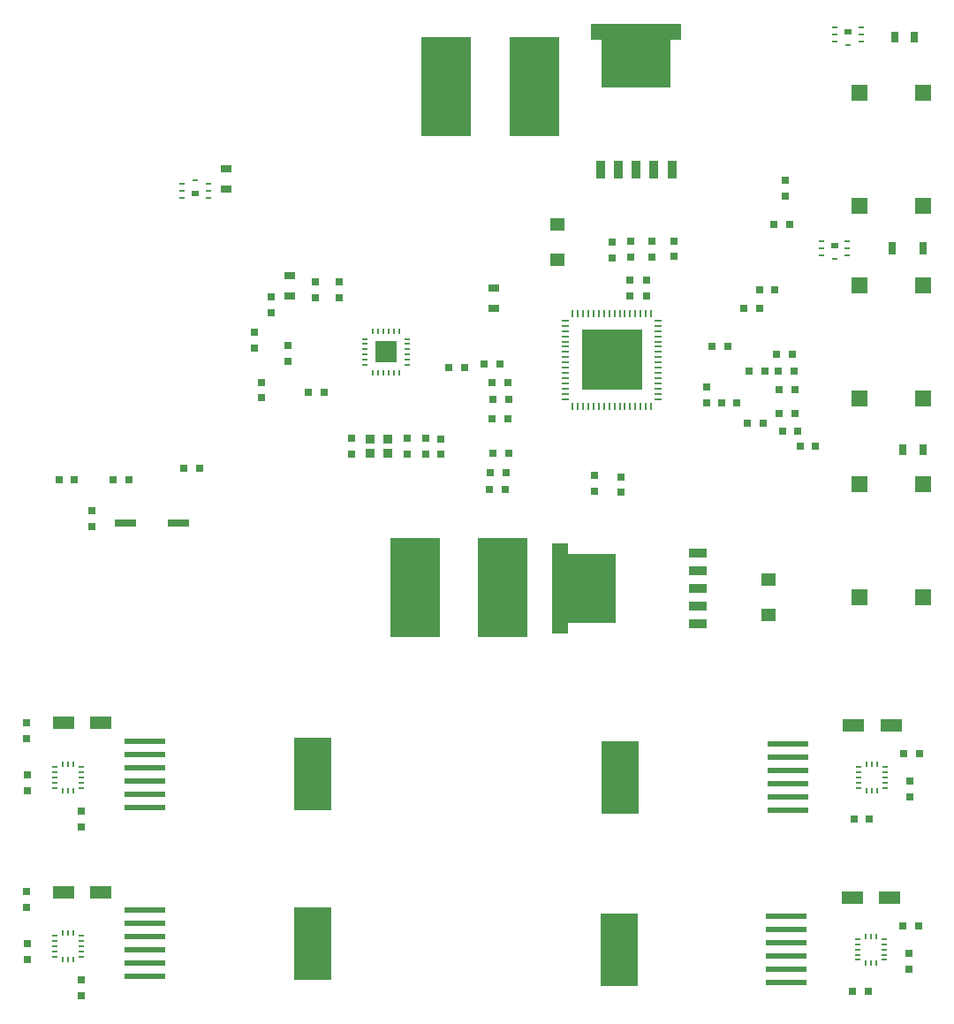
<source format=gtp>
G04 (created by PCBNEW (2013-jul-07)-stable) date Tue 21 Jul 2015 08:42:06 PM PDT*
%MOIN*%
G04 Gerber Fmt 3.4, Leading zero omitted, Abs format*
%FSLAX34Y34*%
G01*
G70*
G90*
G04 APERTURE LIST*
%ADD10C,0.00590551*%
%ADD11R,0.08192X0.0504*%
%ADD12R,0.02832X0.03152*%
%ADD13R,0.03152X0.02832*%
%ADD14R,0.15748X0.023937*%
%ADD15R,0.141732X0.277165*%
%ADD16R,0.0188976X0.00708661*%
%ADD17R,0.00708661X0.0188976*%
%ADD18R,0.0377953X0.0346457*%
%ADD19R,0.08X0.0312*%
%ADD20R,0.0314961X0.0251968*%
%ADD21R,0.00787402X0.0267717*%
%ADD22R,0.0267717X0.00787402*%
%ADD23R,0.225197X0.225197*%
%ADD24R,0.044X0.028*%
%ADD25R,0.028X0.044*%
%ADD26R,0.188976X0.377953*%
%ADD27R,0.0529134X0.047874*%
%ADD28R,0.03152X0.04728*%
%ADD29R,0.03152X0.0488*%
%ADD30R,0.0184252X0.00944882*%
%ADD31R,0.0283465X0.023622*%
%ADD32R,0.023622X0.00826772*%
%ADD33R,0.07872X0.07872*%
%ADD34O,0.00784X0.0252*%
%ADD35O,0.0252X0.00784*%
%ADD36R,0.06296X0.06296*%
%ADD37R,0.340157X0.0601575*%
%ADD38R,0.0337008X0.0680315*%
%ADD39R,0.262362X0.220157*%
%ADD40R,0.0601575X0.340157*%
%ADD41R,0.0680315X0.0337008*%
%ADD42R,0.220157X0.262362*%
G04 APERTURE END LIST*
G54D10*
G54D11*
X66928Y-53543D03*
X68346Y-53543D03*
G54D12*
X69429Y-54606D03*
X68837Y-54606D03*
X66948Y-57086D03*
X67540Y-57086D03*
G54D13*
X69055Y-56240D03*
X69055Y-55648D03*
G54D14*
X64448Y-56761D03*
X64448Y-55761D03*
X64448Y-54761D03*
X64448Y-55261D03*
X64448Y-54261D03*
X64448Y-56261D03*
G54D15*
X58129Y-55511D03*
G54D16*
X67135Y-55314D03*
X67135Y-55118D03*
X68139Y-55118D03*
X67135Y-55509D03*
X67135Y-55708D03*
X67135Y-55905D03*
G54D17*
X67440Y-56013D03*
X67624Y-56013D03*
X67834Y-56013D03*
G54D16*
X68139Y-55905D03*
X68139Y-55708D03*
X68139Y-55509D03*
X68139Y-55314D03*
G54D17*
X67834Y-55009D03*
X67631Y-55009D03*
X67440Y-55009D03*
G54D11*
X38571Y-53346D03*
X37153Y-53346D03*
G54D13*
X35783Y-53921D03*
X35783Y-53329D03*
X37818Y-57260D03*
X37818Y-56668D03*
X35787Y-55886D03*
X35787Y-55294D03*
G54D14*
X40236Y-54025D03*
X40236Y-55025D03*
X40236Y-56025D03*
X40236Y-55525D03*
X40236Y-56525D03*
X40236Y-54525D03*
G54D15*
X46555Y-55275D03*
G54D16*
X36830Y-55196D03*
X36830Y-55000D03*
X37834Y-55000D03*
X36830Y-55391D03*
X36830Y-55590D03*
X36830Y-55787D03*
G54D17*
X37135Y-55895D03*
X37318Y-55895D03*
X37529Y-55895D03*
G54D16*
X37834Y-55787D03*
X37834Y-55590D03*
X37834Y-55391D03*
X37834Y-55196D03*
G54D17*
X37529Y-54891D03*
X37326Y-54891D03*
X37135Y-54891D03*
G54D18*
X49389Y-36240D03*
X48720Y-36240D03*
X49389Y-36791D03*
X48720Y-36791D03*
G54D19*
X39511Y-39409D03*
X41511Y-39409D03*
G54D20*
X58582Y-29389D03*
X59370Y-29389D03*
X58582Y-28799D03*
X59370Y-28799D03*
G54D21*
X59137Y-35015D03*
X59334Y-35015D03*
X57956Y-35015D03*
X58153Y-35015D03*
X58547Y-35015D03*
X58350Y-35015D03*
X58940Y-35015D03*
X58744Y-35015D03*
X57169Y-35015D03*
X57366Y-35015D03*
X57759Y-35015D03*
X57562Y-35015D03*
X56775Y-35015D03*
X56972Y-35015D03*
X56578Y-35015D03*
X56381Y-35015D03*
G54D22*
X56106Y-34740D03*
X56106Y-34543D03*
X56106Y-34149D03*
X56106Y-34346D03*
X56106Y-33559D03*
X56106Y-33362D03*
X56106Y-33755D03*
X56106Y-33952D03*
X56106Y-32377D03*
X56106Y-32181D03*
X56106Y-32771D03*
X56106Y-32574D03*
X56106Y-32968D03*
X56106Y-33165D03*
X56106Y-31787D03*
X56106Y-31984D03*
G54D21*
X56381Y-31511D03*
X56578Y-31511D03*
X56972Y-31511D03*
X56775Y-31511D03*
X57562Y-31511D03*
X57759Y-31511D03*
X57366Y-31511D03*
X57169Y-31511D03*
X58744Y-31511D03*
X58940Y-31511D03*
X58350Y-31511D03*
X58547Y-31511D03*
X58153Y-31511D03*
X57956Y-31511D03*
X59334Y-31511D03*
X59137Y-31511D03*
G54D22*
X59610Y-31984D03*
X59610Y-31787D03*
X59610Y-33165D03*
X59610Y-32968D03*
X59610Y-32574D03*
X59610Y-32763D03*
X59610Y-32181D03*
X59610Y-32377D03*
X59610Y-33952D03*
X59610Y-33755D03*
X59610Y-33362D03*
X59610Y-33559D03*
X59610Y-34346D03*
X59610Y-34149D03*
X59610Y-34543D03*
X59610Y-34740D03*
G54D23*
X57858Y-33263D03*
G54D24*
X53385Y-31319D03*
X53385Y-30569D03*
G54D12*
X46396Y-34488D03*
X46988Y-34488D03*
X53957Y-36791D03*
X53365Y-36791D03*
X53858Y-37519D03*
X53266Y-37519D03*
X53839Y-38149D03*
X53247Y-38149D03*
X53918Y-34133D03*
X53326Y-34133D03*
X53957Y-34763D03*
X53365Y-34763D03*
X53918Y-35472D03*
X53326Y-35472D03*
G54D13*
X45629Y-33327D03*
X45629Y-32735D03*
X44645Y-34113D03*
X44645Y-34705D03*
X45000Y-31477D03*
X45000Y-30885D03*
X44370Y-32223D03*
X44370Y-32815D03*
G54D12*
X37579Y-37795D03*
X36987Y-37795D03*
G54D13*
X57204Y-37617D03*
X57204Y-38209D03*
G54D12*
X39626Y-37795D03*
X39034Y-37795D03*
X42303Y-37362D03*
X41711Y-37362D03*
X61987Y-34881D03*
X62579Y-34881D03*
X63642Y-33681D03*
X63050Y-33681D03*
X62833Y-31338D03*
X63425Y-31338D03*
X63424Y-30629D03*
X64016Y-30629D03*
X64959Y-36515D03*
X65551Y-36515D03*
X64666Y-33051D03*
X64074Y-33051D03*
X64764Y-34389D03*
X64172Y-34389D03*
X64133Y-33681D03*
X64725Y-33681D03*
G54D25*
X69272Y-21102D03*
X68522Y-21102D03*
X69587Y-36653D03*
X68837Y-36653D03*
G54D12*
X52303Y-33543D03*
X51711Y-33543D03*
G54D13*
X46653Y-30333D03*
X46653Y-30925D03*
X50826Y-36811D03*
X50826Y-36219D03*
X51417Y-36831D03*
X51417Y-36239D03*
X50118Y-36811D03*
X50118Y-36219D03*
X48051Y-36811D03*
X48051Y-36219D03*
X47559Y-30333D03*
X47559Y-30925D03*
X61437Y-34290D03*
X61437Y-34882D03*
G54D12*
X53050Y-33425D03*
X53642Y-33425D03*
X62225Y-32755D03*
X61633Y-32755D03*
G54D13*
X59173Y-30255D03*
X59173Y-30847D03*
X57864Y-28837D03*
X57864Y-29429D03*
X60196Y-29370D03*
X60196Y-28778D03*
X58543Y-30255D03*
X58543Y-30847D03*
X58208Y-37676D03*
X58208Y-38268D03*
X38228Y-39547D03*
X38228Y-38955D03*
G54D26*
X54921Y-22952D03*
X51614Y-22952D03*
X53740Y-41850D03*
X50433Y-41850D03*
G54D27*
X55787Y-28149D03*
X55787Y-29488D03*
X63779Y-42893D03*
X63779Y-41555D03*
G54D24*
X43307Y-26062D03*
X43307Y-26812D03*
G54D12*
X64882Y-35964D03*
X64290Y-35964D03*
G54D28*
X69591Y-29061D03*
G54D29*
X68439Y-29057D03*
G54D12*
X64172Y-35295D03*
X64764Y-35295D03*
G54D13*
X64409Y-26495D03*
X64409Y-27087D03*
G54D12*
X63975Y-28149D03*
X64567Y-28149D03*
X62971Y-35649D03*
X63563Y-35649D03*
G54D24*
X45708Y-30097D03*
X45708Y-30847D03*
G54D30*
X42125Y-26485D03*
G54D31*
X42125Y-27000D03*
G54D32*
X42618Y-27145D03*
X42618Y-26889D03*
X42618Y-26633D03*
X41633Y-26633D03*
X41633Y-26889D03*
X41633Y-27165D03*
G54D30*
X66771Y-21388D03*
G54D31*
X66771Y-20874D03*
G54D32*
X66279Y-20728D03*
X66279Y-20984D03*
X66279Y-21240D03*
X67263Y-21240D03*
X67263Y-20984D03*
X67263Y-20708D03*
G54D30*
X66259Y-29459D03*
G54D31*
X66259Y-28944D03*
G54D32*
X65767Y-28799D03*
X65767Y-29055D03*
X65767Y-29311D03*
X66751Y-29311D03*
X66751Y-29055D03*
X66751Y-28779D03*
G54D33*
X49334Y-32964D03*
G54D34*
X48842Y-33751D03*
X49039Y-33751D03*
X49236Y-33751D03*
X49432Y-33751D03*
X49629Y-33751D03*
X49826Y-33751D03*
G54D35*
X50121Y-33456D03*
X50121Y-33259D03*
X50121Y-33062D03*
X50121Y-32866D03*
X50121Y-32669D03*
X50121Y-32472D03*
G54D34*
X49826Y-32177D03*
X49629Y-32177D03*
X49432Y-32177D03*
X49236Y-32177D03*
X49039Y-32177D03*
X48842Y-32177D03*
G54D35*
X48547Y-32472D03*
X48547Y-32669D03*
X48547Y-32866D03*
X48547Y-33062D03*
X48547Y-33259D03*
X48547Y-33456D03*
G54D36*
X69606Y-42208D03*
X67204Y-42208D03*
X69606Y-37946D03*
X67204Y-37946D03*
X69606Y-27444D03*
X67204Y-27444D03*
X69606Y-23182D03*
X67204Y-23182D03*
X69606Y-34728D03*
X67204Y-34728D03*
X69606Y-30466D03*
X67204Y-30466D03*
G54D37*
X58779Y-20901D03*
G54D38*
X59448Y-26102D03*
X60118Y-26102D03*
X58779Y-26102D03*
X58110Y-26102D03*
X57440Y-26102D03*
G54D39*
X58779Y-21899D03*
G54D40*
X55901Y-41889D03*
G54D41*
X61102Y-41220D03*
X61102Y-40551D03*
X61102Y-41889D03*
X61102Y-42559D03*
X61102Y-43228D03*
G54D42*
X56899Y-41889D03*
G54D16*
X36830Y-48818D03*
X36830Y-48622D03*
X37834Y-48622D03*
X36830Y-49013D03*
X36830Y-49212D03*
X36830Y-49409D03*
G54D17*
X37135Y-49517D03*
X37318Y-49517D03*
X37529Y-49517D03*
G54D16*
X37834Y-49409D03*
X37834Y-49212D03*
X37834Y-49013D03*
X37834Y-48818D03*
G54D17*
X37529Y-48513D03*
X37326Y-48513D03*
X37135Y-48513D03*
G54D14*
X40236Y-47647D03*
X40236Y-48647D03*
X40236Y-49647D03*
X40236Y-49147D03*
X40236Y-50147D03*
X40236Y-48147D03*
G54D15*
X46555Y-48897D03*
G54D13*
X35787Y-49508D03*
X35787Y-48916D03*
X37818Y-50882D03*
X37818Y-50290D03*
X35783Y-47544D03*
X35783Y-46952D03*
G54D11*
X38571Y-46968D03*
X37153Y-46968D03*
G54D16*
X67175Y-48818D03*
X67175Y-48622D03*
X68179Y-48622D03*
X67175Y-49013D03*
X67175Y-49212D03*
X67175Y-49409D03*
G54D17*
X67480Y-49517D03*
X67663Y-49517D03*
X67874Y-49517D03*
G54D16*
X68179Y-49409D03*
X68179Y-49212D03*
X68179Y-49013D03*
X68179Y-48818D03*
G54D17*
X67874Y-48513D03*
X67671Y-48513D03*
X67480Y-48513D03*
G54D14*
X64488Y-50265D03*
X64488Y-49265D03*
X64488Y-48265D03*
X64488Y-48765D03*
X64488Y-47765D03*
X64488Y-49765D03*
G54D15*
X58169Y-49015D03*
G54D13*
X69094Y-49744D03*
X69094Y-49152D03*
G54D12*
X66987Y-50590D03*
X67579Y-50590D03*
X69469Y-48110D03*
X68877Y-48110D03*
G54D11*
X66968Y-47047D03*
X68386Y-47047D03*
M02*

</source>
